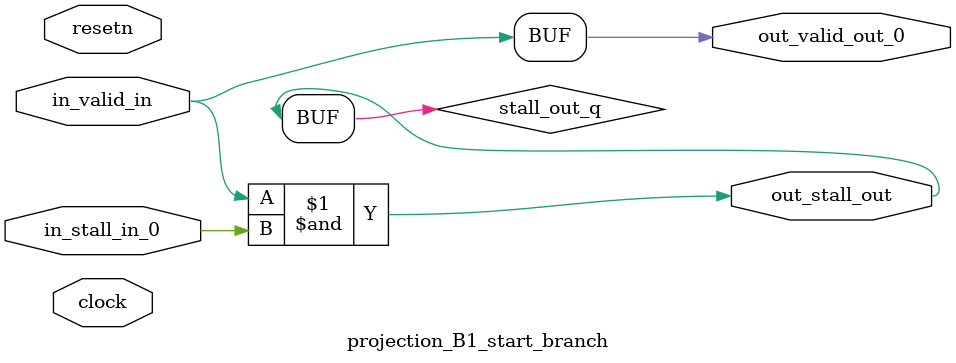
<source format=sv>



(* altera_attribute = "-name AUTO_SHIFT_REGISTER_RECOGNITION OFF; -name MESSAGE_DISABLE 10036; -name MESSAGE_DISABLE 10037; -name MESSAGE_DISABLE 14130; -name MESSAGE_DISABLE 14320; -name MESSAGE_DISABLE 15400; -name MESSAGE_DISABLE 14130; -name MESSAGE_DISABLE 10036; -name MESSAGE_DISABLE 12020; -name MESSAGE_DISABLE 12030; -name MESSAGE_DISABLE 12010; -name MESSAGE_DISABLE 12110; -name MESSAGE_DISABLE 14320; -name MESSAGE_DISABLE 13410; -name MESSAGE_DISABLE 113007; -name MESSAGE_DISABLE 10958" *)
module projection_B1_start_branch (
    input wire [0:0] in_stall_in_0,
    input wire [0:0] in_valid_in,
    output wire [0:0] out_stall_out,
    output wire [0:0] out_valid_out_0,
    input wire clock,
    input wire resetn
    );

    wire [0:0] stall_out_q;


    // stall_out(LOGICAL,6)
    assign stall_out_q = in_valid_in & in_stall_in_0;

    // out_stall_out(GPOUT,4)
    assign out_stall_out = stall_out_q;

    // out_valid_out_0(GPOUT,5)
    assign out_valid_out_0 = in_valid_in;

endmodule

</source>
